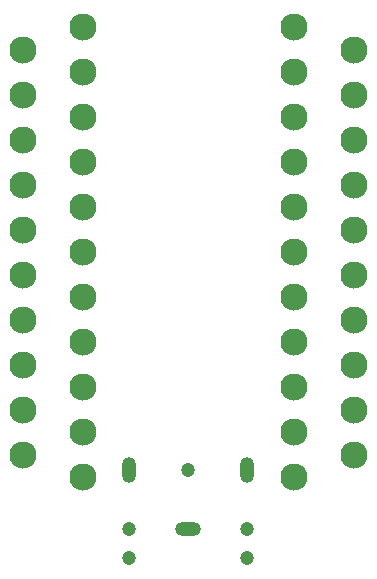
<source format=gbr>
%TF.GenerationSoftware,KiCad,Pcbnew,7.0.9*%
%TF.CreationDate,2024-08-24T16:45:08-10:00*%
%TF.ProjectId,scartaudioextract,73636172-7461-4756-9469-6f6578747261,rev?*%
%TF.SameCoordinates,Original*%
%TF.FileFunction,Soldermask,Top*%
%TF.FilePolarity,Negative*%
%FSLAX46Y46*%
G04 Gerber Fmt 4.6, Leading zero omitted, Abs format (unit mm)*
G04 Created by KiCad (PCBNEW 7.0.9) date 2024-08-24 16:45:08*
%MOMM*%
%LPD*%
G01*
G04 APERTURE LIST*
%ADD10C,1.200000*%
%ADD11O,1.200000X2.200000*%
%ADD12O,2.200000X1.200000*%
%ADD13C,2.300000*%
G04 APERTURE END LIST*
D10*
%TO.C,J3*%
X144040000Y-81900000D03*
X144040000Y-84400000D03*
X149040000Y-76900000D03*
X154040000Y-81900000D03*
X154040000Y-84400000D03*
D11*
X144040000Y-76900000D03*
D12*
X149040000Y-81900000D03*
D11*
X154040000Y-76900000D03*
%TD*%
D13*
%TO.C,J1*%
X140080000Y-77550000D03*
X135000000Y-75645000D03*
X140080000Y-73740000D03*
X135000000Y-71835000D03*
X140080000Y-69930000D03*
X135000000Y-68025000D03*
X140080000Y-66120000D03*
X135000000Y-64215000D03*
X140080000Y-62310000D03*
X135000000Y-60405000D03*
X140080000Y-58500000D03*
X135000000Y-56595000D03*
X140080000Y-54690000D03*
X135000000Y-52785000D03*
X140080000Y-50880000D03*
X135000000Y-48975000D03*
X140080000Y-47070000D03*
X135000000Y-45165000D03*
X140080000Y-43260000D03*
X135000000Y-41355000D03*
X140080000Y-39450000D03*
%TD*%
%TO.C,J2*%
X158000000Y-39450000D03*
X163080000Y-41355000D03*
X158000000Y-43260000D03*
X163080000Y-45165000D03*
X158000000Y-47070000D03*
X163080000Y-48975000D03*
X158000000Y-50880000D03*
X163080000Y-52785000D03*
X158000000Y-54690000D03*
X163080000Y-56595000D03*
X158000000Y-58500000D03*
X163080000Y-60405000D03*
X158000000Y-62310000D03*
X163080000Y-64215000D03*
X158000000Y-66120000D03*
X163080000Y-68025000D03*
X158000000Y-69930000D03*
X163080000Y-71835000D03*
X158000000Y-73740000D03*
X163080000Y-75645000D03*
X158000000Y-77550000D03*
%TD*%
M02*

</source>
